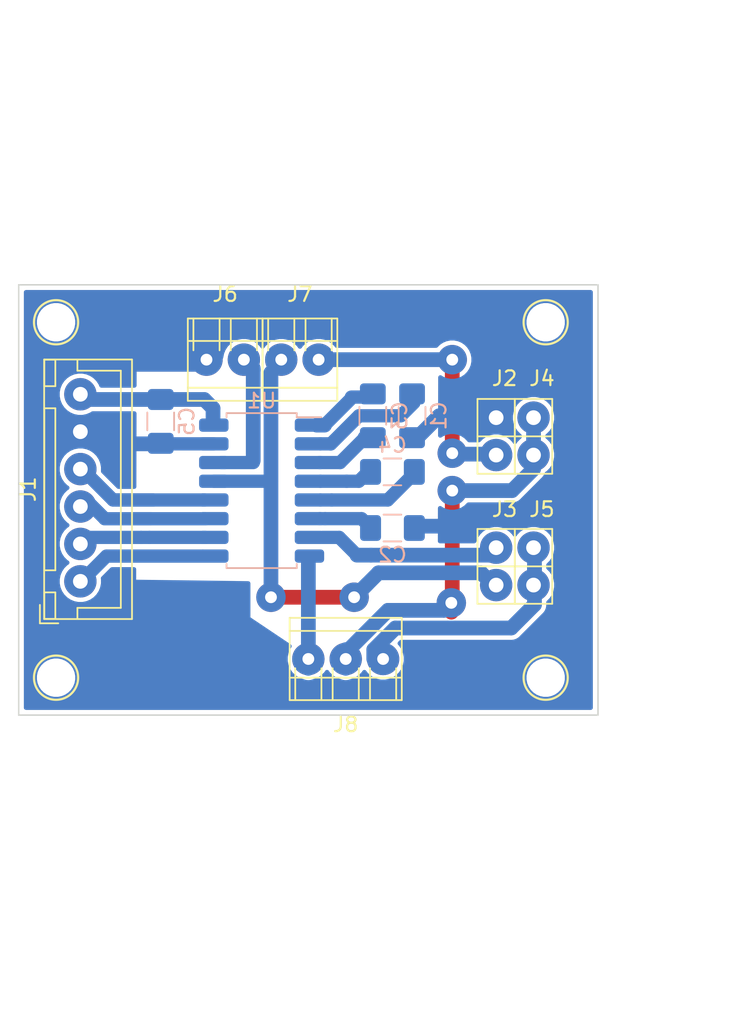
<source format=kicad_pcb>
(kicad_pcb (version 20171130) (host pcbnew "(5.1.6)-1")

  (general
    (thickness 1.6)
    (drawings 10)
    (tracks 100)
    (zones 0)
    (modules 18)
    (nets 21)
  )

  (page A4)
  (layers
    (0 F.Cu signal hide)
    (31 B.Cu signal)
    (32 B.Adhes user)
    (33 F.Adhes user)
    (34 B.Paste user)
    (35 F.Paste user)
    (36 B.SilkS user hide)
    (37 F.SilkS user)
    (38 B.Mask user)
    (39 F.Mask user)
    (40 Dwgs.User user)
    (41 Cmts.User user)
    (42 Eco1.User user)
    (43 Eco2.User user)
    (44 Edge.Cuts user)
    (45 Margin user)
    (46 B.CrtYd user)
    (47 F.CrtYd user)
    (48 B.Fab user hide)
    (49 F.Fab user)
  )

  (setup
    (last_trace_width 0.25)
    (user_trace_width 1)
    (user_trace_width 1.5)
    (user_trace_width 2)
    (user_trace_width 2.2)
    (trace_clearance 0.2)
    (zone_clearance 0.3)
    (zone_45_only no)
    (trace_min 0.2)
    (via_size 0.8)
    (via_drill 0.4)
    (via_min_size 0.4)
    (via_min_drill 0.3)
    (user_via 2 0.8)
    (uvia_size 0.3)
    (uvia_drill 0.1)
    (uvias_allowed no)
    (uvia_min_size 0.2)
    (uvia_min_drill 0.1)
    (edge_width 0.1)
    (segment_width 0.2)
    (pcb_text_width 0.3)
    (pcb_text_size 1.5 1.5)
    (mod_edge_width 0.15)
    (mod_text_size 1 1)
    (mod_text_width 0.15)
    (pad_size 2 0.9)
    (pad_drill 0)
    (pad_to_mask_clearance 0)
    (aux_axis_origin 29.21 50.8)
    (grid_origin 29.21 50.8)
    (visible_elements 7FFFFFFF)
    (pcbplotparams
      (layerselection 0x01040_fffffffe)
      (usegerberextensions false)
      (usegerberattributes true)
      (usegerberadvancedattributes true)
      (creategerberjobfile false)
      (excludeedgelayer true)
      (linewidth 0.100000)
      (plotframeref false)
      (viasonmask true)
      (mode 1)
      (useauxorigin true)
      (hpglpennumber 1)
      (hpglpenspeed 20)
      (hpglpendiameter 15.000000)
      (psnegative false)
      (psa4output false)
      (plotreference true)
      (plotvalue true)
      (plotinvisibletext false)
      (padsonsilk false)
      (subtractmaskfromsilk false)
      (outputformat 1)
      (mirror false)
      (drillshape 0)
      (scaleselection 1)
      (outputdirectory "plot/"))
  )

  (net 0 "")
  (net 1 "Net-(C1-Pad2)")
  (net 2 "Net-(C2-Pad1)")
  (net 3 "Net-(C3-Pad1)")
  (net 4 "Net-(C3-Pad2)")
  (net 5 "Net-(C4-Pad1)")
  (net 6 "Net-(C4-Pad2)")
  (net 7 +3V3)
  (net 8 VHF_AIS-)
  (net 9 E80-)
  (net 10 E80_IN)
  (net 11 GND)
  (net 12 MPU_OUT2)
  (net 13 MPU_IN2)
  (net 14 MPU_IN1)
  (net 15 MPU_OUT1)
  (net 16 RS232_IN1)
  (net 17 RS232_OUT2)
  (net 18 RS232_OUT1)
  (net 19 VHF_AIS+)
  (net 20 RS232_IN2)

  (net_class Default "This is the default net class."
    (clearance 0.2)
    (trace_width 0.25)
    (via_dia 0.8)
    (via_drill 0.4)
    (uvia_dia 0.3)
    (uvia_drill 0.1)
    (add_net +3V3)
    (add_net E80-)
    (add_net E80_IN)
    (add_net GND)
    (add_net MPU_IN1)
    (add_net MPU_IN2)
    (add_net MPU_OUT1)
    (add_net MPU_OUT2)
    (add_net "Net-(C1-Pad2)")
    (add_net "Net-(C2-Pad1)")
    (add_net "Net-(C3-Pad1)")
    (add_net "Net-(C3-Pad2)")
    (add_net "Net-(C4-Pad1)")
    (add_net "Net-(C4-Pad2)")
    (add_net RS232_IN1)
    (add_net RS232_IN2)
    (add_net RS232_OUT1)
    (add_net RS232_OUT2)
    (add_net VHF_AIS+)
    (add_net VHF_AIS-)
  )

  (module 0_my_footprints:myMountingHole_2.0mm (layer F.Cu) (tedit 669BED6D) (tstamp 68B27EB7)
    (at 65.024 24.13)
    (descr "Mounting Hole 2.5mm, no annular")
    (tags "mounting hole 2.5mm no annular")
    (attr virtual)
    (fp_text reference REF** (at 0 -3.5) (layer B.Fab)
      (effects (font (size 1 1) (thickness 0.15)))
    )
    (fp_text value myMountingHole_2.0mm (at 0 3.5) (layer B.Fab)
      (effects (font (size 1 1) (thickness 0.15)))
    )
    (fp_circle (center 0 0) (end 1.5 0) (layer F.SilkS) (width 0.15))
    (pad "" np_thru_hole circle (at 0 0) (size 2 2) (drill 2) (layers *.Cu *.Mask))
  )

  (module 0_my_footprints:myMountingHole_2.0mm (layer F.Cu) (tedit 669BED6D) (tstamp 68B27EB7)
    (at 65.024 48.26)
    (descr "Mounting Hole 2.5mm, no annular")
    (tags "mounting hole 2.5mm no annular")
    (attr virtual)
    (fp_text reference REF** (at 0 -3.5) (layer B.Fab)
      (effects (font (size 1 1) (thickness 0.15)))
    )
    (fp_text value myMountingHole_2.0mm (at 0 3.5) (layer B.Fab)
      (effects (font (size 1 1) (thickness 0.15)))
    )
    (fp_circle (center 0 0) (end 1.5 0) (layer F.SilkS) (width 0.15))
    (pad "" np_thru_hole circle (at 0 0) (size 2 2) (drill 2) (layers *.Cu *.Mask))
  )

  (module 0_my_footprints:myMountingHole_2.0mm (layer F.Cu) (tedit 669BED6D) (tstamp 68B27EB7)
    (at 31.75 48.26)
    (descr "Mounting Hole 2.5mm, no annular")
    (tags "mounting hole 2.5mm no annular")
    (attr virtual)
    (fp_text reference REF** (at 0 -3.5) (layer B.Fab)
      (effects (font (size 1 1) (thickness 0.15)))
    )
    (fp_text value myMountingHole_2.0mm (at 0 3.5) (layer B.Fab)
      (effects (font (size 1 1) (thickness 0.15)))
    )
    (fp_circle (center 0 0) (end 1.5 0) (layer F.SilkS) (width 0.15))
    (pad "" np_thru_hole circle (at 0 0) (size 2 2) (drill 2) (layers *.Cu *.Mask))
  )

  (module 0_my_footprints:myMountingHole_2.0mm (layer F.Cu) (tedit 669BED6D) (tstamp 68B27EB5)
    (at 31.75 24.13)
    (descr "Mounting Hole 2.5mm, no annular")
    (tags "mounting hole 2.5mm no annular")
    (attr virtual)
    (fp_text reference REF** (at 0 -3.5) (layer B.Fab)
      (effects (font (size 1 1) (thickness 0.15)))
    )
    (fp_text value myMountingHole_2.0mm (at 0 3.5) (layer B.Fab)
      (effects (font (size 1 1) (thickness 0.15)))
    )
    (fp_circle (center 0 0) (end 1.5 0) (layer F.SilkS) (width 0.15))
    (pad "" np_thru_hole circle (at 0 0) (size 2 2) (drill 2) (layers *.Cu *.Mask))
  )

  (module Capacitor_SMD:C_1206_3216Metric_Pad1.42x1.75mm_HandSolder (layer B.Cu) (tedit 5B301BBE) (tstamp 68B1EC53)
    (at 55.9435 30.48 90)
    (descr "Capacitor SMD 1206 (3216 Metric), square (rectangular) end terminal, IPC_7351 nominal with elongated pad for handsoldering. (Body size source: http://www.tortai-tech.com/upload/download/2011102023233369053.pdf), generated with kicad-footprint-generator")
    (tags "capacitor handsolder")
    (path /68B20D4E)
    (attr smd)
    (fp_text reference C1 (at 0 1.82 90) (layer B.SilkS)
      (effects (font (size 1 1) (thickness 0.15)) (justify mirror))
    )
    (fp_text value 100nf (at 0 -1.82 90) (layer B.Fab)
      (effects (font (size 1 1) (thickness 0.15)) (justify mirror))
    )
    (fp_line (start -1.6 -0.8) (end -1.6 0.8) (layer B.Fab) (width 0.1))
    (fp_line (start -1.6 0.8) (end 1.6 0.8) (layer B.Fab) (width 0.1))
    (fp_line (start 1.6 0.8) (end 1.6 -0.8) (layer B.Fab) (width 0.1))
    (fp_line (start 1.6 -0.8) (end -1.6 -0.8) (layer B.Fab) (width 0.1))
    (fp_line (start -0.602064 0.91) (end 0.602064 0.91) (layer B.SilkS) (width 0.12))
    (fp_line (start -0.602064 -0.91) (end 0.602064 -0.91) (layer B.SilkS) (width 0.12))
    (fp_line (start -2.45 -1.12) (end -2.45 1.12) (layer B.CrtYd) (width 0.05))
    (fp_line (start -2.45 1.12) (end 2.45 1.12) (layer B.CrtYd) (width 0.05))
    (fp_line (start 2.45 1.12) (end 2.45 -1.12) (layer B.CrtYd) (width 0.05))
    (fp_line (start 2.45 -1.12) (end -2.45 -1.12) (layer B.CrtYd) (width 0.05))
    (fp_text user %R (at 0 0 90) (layer B.Fab)
      (effects (font (size 0.8 0.8) (thickness 0.12)) (justify mirror))
    )
    (pad 1 smd roundrect (at -1.4875 0 90) (size 1.425 1.75) (layers B.Cu B.Paste B.Mask) (roundrect_rratio 0.175439)
      (net 11 GND))
    (pad 2 smd roundrect (at 1.4875 0 90) (size 1.425 1.75) (layers B.Cu B.Paste B.Mask) (roundrect_rratio 0.175439)
      (net 1 "Net-(C1-Pad2)"))
    (model ${KISYS3DMOD}/Capacitor_SMD.3dshapes/C_1206_3216Metric.wrl
      (at (xyz 0 0 0))
      (scale (xyz 1 1 1))
      (rotate (xyz 0 0 0))
    )
  )

  (module Capacitor_SMD:C_1206_3216Metric_Pad1.42x1.75mm_HandSolder (layer B.Cu) (tedit 5B301BBE) (tstamp 68B1EC64)
    (at 54.61 38.1)
    (descr "Capacitor SMD 1206 (3216 Metric), square (rectangular) end terminal, IPC_7351 nominal with elongated pad for handsoldering. (Body size source: http://www.tortai-tech.com/upload/download/2011102023233369053.pdf), generated with kicad-footprint-generator")
    (tags "capacitor handsolder")
    (path /68B239D7)
    (attr smd)
    (fp_text reference C2 (at 0 1.82) (layer B.SilkS)
      (effects (font (size 1 1) (thickness 0.15)) (justify mirror))
    )
    (fp_text value 100nf (at 0 -1.82) (layer B.Fab)
      (effects (font (size 1 1) (thickness 0.15)) (justify mirror))
    )
    (fp_line (start 2.45 -1.12) (end -2.45 -1.12) (layer B.CrtYd) (width 0.05))
    (fp_line (start 2.45 1.12) (end 2.45 -1.12) (layer B.CrtYd) (width 0.05))
    (fp_line (start -2.45 1.12) (end 2.45 1.12) (layer B.CrtYd) (width 0.05))
    (fp_line (start -2.45 -1.12) (end -2.45 1.12) (layer B.CrtYd) (width 0.05))
    (fp_line (start -0.602064 -0.91) (end 0.602064 -0.91) (layer B.SilkS) (width 0.12))
    (fp_line (start -0.602064 0.91) (end 0.602064 0.91) (layer B.SilkS) (width 0.12))
    (fp_line (start 1.6 -0.8) (end -1.6 -0.8) (layer B.Fab) (width 0.1))
    (fp_line (start 1.6 0.8) (end 1.6 -0.8) (layer B.Fab) (width 0.1))
    (fp_line (start -1.6 0.8) (end 1.6 0.8) (layer B.Fab) (width 0.1))
    (fp_line (start -1.6 -0.8) (end -1.6 0.8) (layer B.Fab) (width 0.1))
    (fp_text user %R (at 0 0) (layer B.Fab)
      (effects (font (size 0.8 0.8) (thickness 0.12)) (justify mirror))
    )
    (pad 2 smd roundrect (at 1.4875 0) (size 1.425 1.75) (layers B.Cu B.Paste B.Mask) (roundrect_rratio 0.175439)
      (net 11 GND))
    (pad 1 smd roundrect (at -1.4875 0) (size 1.425 1.75) (layers B.Cu B.Paste B.Mask) (roundrect_rratio 0.175439)
      (net 2 "Net-(C2-Pad1)"))
    (model ${KISYS3DMOD}/Capacitor_SMD.3dshapes/C_1206_3216Metric.wrl
      (at (xyz 0 0 0))
      (scale (xyz 1 1 1))
      (rotate (xyz 0 0 0))
    )
  )

  (module Capacitor_SMD:C_1206_3216Metric_Pad1.42x1.75mm_HandSolder (layer B.Cu) (tedit 5B301BBE) (tstamp 68B1EC75)
    (at 53.2765 30.48 90)
    (descr "Capacitor SMD 1206 (3216 Metric), square (rectangular) end terminal, IPC_7351 nominal with elongated pad for handsoldering. (Body size source: http://www.tortai-tech.com/upload/download/2011102023233369053.pdf), generated with kicad-footprint-generator")
    (tags "capacitor handsolder")
    (path /68B2CA70)
    (attr smd)
    (fp_text reference C3 (at 0 1.82 90) (layer B.SilkS)
      (effects (font (size 1 1) (thickness 0.15)) (justify mirror))
    )
    (fp_text value 100nf (at 0 -1.82 90) (layer B.Fab)
      (effects (font (size 1 1) (thickness 0.15)) (justify mirror))
    )
    (fp_line (start -1.6 -0.8) (end -1.6 0.8) (layer B.Fab) (width 0.1))
    (fp_line (start -1.6 0.8) (end 1.6 0.8) (layer B.Fab) (width 0.1))
    (fp_line (start 1.6 0.8) (end 1.6 -0.8) (layer B.Fab) (width 0.1))
    (fp_line (start 1.6 -0.8) (end -1.6 -0.8) (layer B.Fab) (width 0.1))
    (fp_line (start -0.602064 0.91) (end 0.602064 0.91) (layer B.SilkS) (width 0.12))
    (fp_line (start -0.602064 -0.91) (end 0.602064 -0.91) (layer B.SilkS) (width 0.12))
    (fp_line (start -2.45 -1.12) (end -2.45 1.12) (layer B.CrtYd) (width 0.05))
    (fp_line (start -2.45 1.12) (end 2.45 1.12) (layer B.CrtYd) (width 0.05))
    (fp_line (start 2.45 1.12) (end 2.45 -1.12) (layer B.CrtYd) (width 0.05))
    (fp_line (start 2.45 -1.12) (end -2.45 -1.12) (layer B.CrtYd) (width 0.05))
    (fp_text user %R (at 0 0 90) (layer B.Fab)
      (effects (font (size 0.8 0.8) (thickness 0.12)) (justify mirror))
    )
    (pad 1 smd roundrect (at -1.4875 0 90) (size 1.425 1.75) (layers B.Cu B.Paste B.Mask) (roundrect_rratio 0.175439)
      (net 3 "Net-(C3-Pad1)"))
    (pad 2 smd roundrect (at 1.4875 0 90) (size 1.425 1.75) (layers B.Cu B.Paste B.Mask) (roundrect_rratio 0.175439)
      (net 4 "Net-(C3-Pad2)"))
    (model ${KISYS3DMOD}/Capacitor_SMD.3dshapes/C_1206_3216Metric.wrl
      (at (xyz 0 0 0))
      (scale (xyz 1 1 1))
      (rotate (xyz 0 0 0))
    )
  )

  (module Capacitor_SMD:C_1206_3216Metric_Pad1.42x1.75mm_HandSolder (layer B.Cu) (tedit 5B301BBE) (tstamp 68B1EC86)
    (at 54.61 34.29 180)
    (descr "Capacitor SMD 1206 (3216 Metric), square (rectangular) end terminal, IPC_7351 nominal with elongated pad for handsoldering. (Body size source: http://www.tortai-tech.com/upload/download/2011102023233369053.pdf), generated with kicad-footprint-generator")
    (tags "capacitor handsolder")
    (path /68B46ED6)
    (attr smd)
    (fp_text reference C4 (at 0 1.82 180) (layer B.SilkS)
      (effects (font (size 1 1) (thickness 0.15)) (justify mirror))
    )
    (fp_text value 100nf (at 0 -1.82 180) (layer B.Fab)
      (effects (font (size 1 1) (thickness 0.15)) (justify mirror))
    )
    (fp_line (start -1.6 -0.8) (end -1.6 0.8) (layer B.Fab) (width 0.1))
    (fp_line (start -1.6 0.8) (end 1.6 0.8) (layer B.Fab) (width 0.1))
    (fp_line (start 1.6 0.8) (end 1.6 -0.8) (layer B.Fab) (width 0.1))
    (fp_line (start 1.6 -0.8) (end -1.6 -0.8) (layer B.Fab) (width 0.1))
    (fp_line (start -0.602064 0.91) (end 0.602064 0.91) (layer B.SilkS) (width 0.12))
    (fp_line (start -0.602064 -0.91) (end 0.602064 -0.91) (layer B.SilkS) (width 0.12))
    (fp_line (start -2.45 -1.12) (end -2.45 1.12) (layer B.CrtYd) (width 0.05))
    (fp_line (start -2.45 1.12) (end 2.45 1.12) (layer B.CrtYd) (width 0.05))
    (fp_line (start 2.45 1.12) (end 2.45 -1.12) (layer B.CrtYd) (width 0.05))
    (fp_line (start 2.45 -1.12) (end -2.45 -1.12) (layer B.CrtYd) (width 0.05))
    (fp_text user %R (at 0 0 180) (layer B.Fab)
      (effects (font (size 0.8 0.8) (thickness 0.12)) (justify mirror))
    )
    (pad 1 smd roundrect (at -1.4875 0 180) (size 1.425 1.75) (layers B.Cu B.Paste B.Mask) (roundrect_rratio 0.175439)
      (net 5 "Net-(C4-Pad1)"))
    (pad 2 smd roundrect (at 1.4875 0 180) (size 1.425 1.75) (layers B.Cu B.Paste B.Mask) (roundrect_rratio 0.175439)
      (net 6 "Net-(C4-Pad2)"))
    (model ${KISYS3DMOD}/Capacitor_SMD.3dshapes/C_1206_3216Metric.wrl
      (at (xyz 0 0 0))
      (scale (xyz 1 1 1))
      (rotate (xyz 0 0 0))
    )
  )

  (module Capacitor_SMD:C_1206_3216Metric_Pad1.42x1.75mm_HandSolder (layer B.Cu) (tedit 5B301BBE) (tstamp 68B1EC97)
    (at 38.862 30.861 90)
    (descr "Capacitor SMD 1206 (3216 Metric), square (rectangular) end terminal, IPC_7351 nominal with elongated pad for handsoldering. (Body size source: http://www.tortai-tech.com/upload/download/2011102023233369053.pdf), generated with kicad-footprint-generator")
    (tags "capacitor handsolder")
    (path /68B33D97)
    (attr smd)
    (fp_text reference C5 (at 0 1.778 90) (layer B.SilkS)
      (effects (font (size 1 1) (thickness 0.15)) (justify mirror))
    )
    (fp_text value 100nf (at 0 -1.82 90) (layer B.Fab)
      (effects (font (size 1 1) (thickness 0.15)) (justify mirror))
    )
    (fp_line (start 2.45 -1.12) (end -2.45 -1.12) (layer B.CrtYd) (width 0.05))
    (fp_line (start 2.45 1.12) (end 2.45 -1.12) (layer B.CrtYd) (width 0.05))
    (fp_line (start -2.45 1.12) (end 2.45 1.12) (layer B.CrtYd) (width 0.05))
    (fp_line (start -2.45 -1.12) (end -2.45 1.12) (layer B.CrtYd) (width 0.05))
    (fp_line (start -0.602064 -0.91) (end 0.602064 -0.91) (layer B.SilkS) (width 0.12))
    (fp_line (start -0.602064 0.91) (end 0.602064 0.91) (layer B.SilkS) (width 0.12))
    (fp_line (start 1.6 -0.8) (end -1.6 -0.8) (layer B.Fab) (width 0.1))
    (fp_line (start 1.6 0.8) (end 1.6 -0.8) (layer B.Fab) (width 0.1))
    (fp_line (start -1.6 0.8) (end 1.6 0.8) (layer B.Fab) (width 0.1))
    (fp_line (start -1.6 -0.8) (end -1.6 0.8) (layer B.Fab) (width 0.1))
    (fp_text user %R (at 0 0 90) (layer B.Fab)
      (effects (font (size 0.8 0.8) (thickness 0.12)) (justify mirror))
    )
    (pad 2 smd roundrect (at 1.4875 0 90) (size 1.425 1.75) (layers B.Cu B.Paste B.Mask) (roundrect_rratio 0.175439)
      (net 7 +3V3))
    (pad 1 smd roundrect (at -1.4875 0 90) (size 1.425 1.75) (layers B.Cu B.Paste B.Mask) (roundrect_rratio 0.175439)
      (net 11 GND))
    (model ${KISYS3DMOD}/Capacitor_SMD.3dshapes/C_1206_3216Metric.wrl
      (at (xyz 0 0 0))
      (scale (xyz 1 1 1))
      (rotate (xyz 0 0 0))
    )
  )

  (module 0_my_footprints:myJSTx06 (layer F.Cu) (tedit 63C19E30) (tstamp 68B1ECC4)
    (at 33.401 41.7195 90)
    (descr "JST XH series connector, B6B-XH-A (http://www.jst-mfg.com/product/pdf/eng/eXH.pdf), generated with kicad-footprint-generator")
    (tags "connector JST XH vertical")
    (path /68B97627)
    (fp_text reference J1 (at 6.25 -3.55 90) (layer F.SilkS)
      (effects (font (size 1 1) (thickness 0.15)))
    )
    (fp_text value Conn_01x06 (at 6.1595 -8.001 90) (layer F.Fab)
      (effects (font (size 1 1) (thickness 0.15)))
    )
    (fp_line (start -2.45 -2.35) (end -2.45 3.4) (layer F.Fab) (width 0.1))
    (fp_line (start -2.45 3.4) (end 14.95 3.4) (layer F.Fab) (width 0.1))
    (fp_line (start 14.95 3.4) (end 14.95 -2.35) (layer F.Fab) (width 0.1))
    (fp_line (start 14.95 -2.35) (end -2.45 -2.35) (layer F.Fab) (width 0.1))
    (fp_line (start -2.56 -2.46) (end -2.56 3.51) (layer F.SilkS) (width 0.12))
    (fp_line (start -2.56 3.51) (end 15.06 3.51) (layer F.SilkS) (width 0.12))
    (fp_line (start 15.06 3.51) (end 15.06 -2.46) (layer F.SilkS) (width 0.12))
    (fp_line (start 15.06 -2.46) (end -2.56 -2.46) (layer F.SilkS) (width 0.12))
    (fp_line (start -2.95 -2.85) (end -2.95 3.9) (layer F.CrtYd) (width 0.05))
    (fp_line (start -2.95 3.9) (end 15.45 3.9) (layer F.CrtYd) (width 0.05))
    (fp_line (start 15.45 3.9) (end 15.45 -2.85) (layer F.CrtYd) (width 0.05))
    (fp_line (start 15.45 -2.85) (end -2.95 -2.85) (layer F.CrtYd) (width 0.05))
    (fp_line (start -0.625 -2.35) (end 0 -1.35) (layer F.Fab) (width 0.1))
    (fp_line (start 0 -1.35) (end 0.625 -2.35) (layer F.Fab) (width 0.1))
    (fp_line (start 0.75 -2.45) (end 0.75 -1.7) (layer F.SilkS) (width 0.12))
    (fp_line (start 0.75 -1.7) (end 11.75 -1.7) (layer F.SilkS) (width 0.12))
    (fp_line (start 11.75 -1.7) (end 11.75 -2.45) (layer F.SilkS) (width 0.12))
    (fp_line (start 11.75 -2.45) (end 0.75 -2.45) (layer F.SilkS) (width 0.12))
    (fp_line (start -2.55 -2.45) (end -2.55 -1.7) (layer F.SilkS) (width 0.12))
    (fp_line (start -2.55 -1.7) (end -0.75 -1.7) (layer F.SilkS) (width 0.12))
    (fp_line (start -0.75 -1.7) (end -0.75 -2.45) (layer F.SilkS) (width 0.12))
    (fp_line (start -0.75 -2.45) (end -2.55 -2.45) (layer F.SilkS) (width 0.12))
    (fp_line (start 13.25 -2.45) (end 13.25 -1.7) (layer F.SilkS) (width 0.12))
    (fp_line (start 13.25 -1.7) (end 15.05 -1.7) (layer F.SilkS) (width 0.12))
    (fp_line (start 15.05 -1.7) (end 15.05 -2.45) (layer F.SilkS) (width 0.12))
    (fp_line (start 15.05 -2.45) (end 13.25 -2.45) (layer F.SilkS) (width 0.12))
    (fp_line (start -2.55 -0.2) (end -1.8 -0.2) (layer F.SilkS) (width 0.12))
    (fp_line (start -1.8 -0.2) (end -1.8 2.75) (layer F.SilkS) (width 0.12))
    (fp_line (start -1.8 2.75) (end 6.25 2.75) (layer F.SilkS) (width 0.12))
    (fp_line (start 15.05 -0.2) (end 14.3 -0.2) (layer F.SilkS) (width 0.12))
    (fp_line (start 14.3 -0.2) (end 14.3 2.75) (layer F.SilkS) (width 0.12))
    (fp_line (start 14.3 2.75) (end 6.25 2.75) (layer F.SilkS) (width 0.12))
    (fp_line (start -1.6 -2.75) (end -2.85 -2.75) (layer F.SilkS) (width 0.12))
    (fp_line (start -2.85 -2.75) (end -2.85 -1.5) (layer F.SilkS) (width 0.12))
    (fp_text user %R (at 6.25 2.7 90) (layer F.Fab)
      (effects (font (size 1 1) (thickness 0.15)))
    )
    (pad 1 thru_hole circle (at 0 0 90) (size 2.2 2.2) (drill 1) (layers *.Cu *.Mask)
      (net 12 MPU_OUT2))
    (pad 2 thru_hole circle (at 2.54 0 90) (size 2.2 2.2) (drill 1) (layers *.Cu *.Mask)
      (net 13 MPU_IN2))
    (pad 3 thru_hole circle (at 5.08 0 90) (size 2.2 2.2) (drill 1) (layers *.Cu *.Mask)
      (net 14 MPU_IN1))
    (pad 4 thru_hole circle (at 7.62 0 90) (size 2.2 2.2) (drill 1) (layers *.Cu *.Mask)
      (net 15 MPU_OUT1))
    (pad 5 thru_hole circle (at 10.16 0 90) (size 2.2 2.2) (drill 1) (layers *.Cu *.Mask)
      (net 11 GND))
    (pad 6 thru_hole circle (at 12.7 0 90) (size 2.2 2.2) (drill 1) (layers *.Cu *.Mask)
      (net 7 +3V3))
    (model ${KISYS3DMOD}/Connector_JST.3dshapes/JST_XH_B6B-XH-A_1x06_P2.50mm_Vertical.wrl
      (at (xyz 0 0 0))
      (scale (xyz 1 1 1))
      (rotate (xyz 0 0 0))
    )
  )

  (module 0_my_footprints:myPinHeader_1x02 (layer F.Cu) (tedit 64E3B5C8) (tstamp 68B1ECCF)
    (at 61.6585 33.147 180)
    (descr "Through hole straight pin header, 1x02, 2.54mm pitch, single row")
    (tags "Through hole pin header THT 1x02 2.54mm single row")
    (path /68BA59D6)
    (fp_text reference J2 (at -0.5715 5.207) (layer F.SilkS)
      (effects (font (size 1 1) (thickness 0.15)))
    )
    (fp_text value JMP1A (at -0.5715 6.477 90) (layer B.Fab) hide
      (effects (font (size 1 1) (thickness 0.15)))
    )
    (fp_line (start -1.27 1.27) (end 1.27 1.27) (layer F.SilkS) (width 0.12))
    (fp_line (start 1.27 -1.27) (end -1.27 -1.27) (layer F.SilkS) (width 0.12))
    (fp_line (start 1.27 3.81) (end 1.27 -1.27) (layer F.SilkS) (width 0.12))
    (fp_line (start -1.27 3.81) (end 1.27 3.81) (layer F.SilkS) (width 0.12))
    (fp_line (start -1.27 -1.27) (end -1.27 3.81) (layer F.SilkS) (width 0.12))
    (pad 2 thru_hole circle (at 0 2.54 180) (size 2.2 2.2) (drill 1) (layers *.Cu *.Mask)
      (net 11 GND))
    (pad 1 thru_hole circle (at 0 0 180) (size 2.2 2.2) (drill 1) (layers *.Cu *.Mask)
      (net 8 VHF_AIS-))
    (model ${KISYS3DMOD}/Connector_PinHeader_2.54mm.3dshapes/PinHeader_1x02_P2.54mm_Vertical.wrl
      (at (xyz 0 0 0))
      (scale (xyz 1 1 1))
      (rotate (xyz 0 0 0))
    )
  )

  (module 0_my_footprints:myPinHeader_1x02 (layer F.Cu) (tedit 64E3B5C8) (tstamp 68B1ECDA)
    (at 61.6585 41.9735 180)
    (descr "Through hole straight pin header, 1x02, 2.54mm pitch, single row")
    (tags "Through hole pin header THT 1x02 2.54mm single row")
    (path /68BAAB8C)
    (fp_text reference J3 (at -0.5715 5.1435) (layer F.SilkS)
      (effects (font (size 1 1) (thickness 0.15)))
    )
    (fp_text value JMP2A (at -6.9215 2.6035) (layer B.Fab)
      (effects (font (size 1 1) (thickness 0.15)))
    )
    (fp_line (start -1.27 -1.27) (end -1.27 3.81) (layer F.SilkS) (width 0.12))
    (fp_line (start -1.27 3.81) (end 1.27 3.81) (layer F.SilkS) (width 0.12))
    (fp_line (start 1.27 3.81) (end 1.27 -1.27) (layer F.SilkS) (width 0.12))
    (fp_line (start 1.27 -1.27) (end -1.27 -1.27) (layer F.SilkS) (width 0.12))
    (fp_line (start -1.27 1.27) (end 1.27 1.27) (layer F.SilkS) (width 0.12))
    (pad 1 thru_hole circle (at 0 0 180) (size 2.2 2.2) (drill 1) (layers *.Cu *.Mask)
      (net 19 VHF_AIS+))
    (pad 2 thru_hole circle (at 0 2.54 180) (size 2.2 2.2) (drill 1) (layers *.Cu *.Mask)
      (net 17 RS232_OUT2))
    (model ${KISYS3DMOD}/Connector_PinHeader_2.54mm.3dshapes/PinHeader_1x02_P2.54mm_Vertical.wrl
      (at (xyz 0 0 0))
      (scale (xyz 1 1 1))
      (rotate (xyz 0 0 0))
    )
  )

  (module 0_my_footprints:myPinHeader_1x02 (layer F.Cu) (tedit 64E3B5C8) (tstamp 68B1ECE5)
    (at 64.1985 33.147 180)
    (descr "Through hole straight pin header, 1x02, 2.54mm pitch, single row")
    (tags "Through hole pin header THT 1x02 2.54mm single row")
    (path /68BABEF5)
    (fp_text reference J4 (at -0.5715 5.207) (layer F.SilkS)
      (effects (font (size 1 1) (thickness 0.15)))
    )
    (fp_text value JMP1B (at -0.5715 6.477 90) (layer B.Fab)
      (effects (font (size 1 1) (thickness 0.15)))
    )
    (fp_line (start -1.27 1.27) (end 1.27 1.27) (layer F.SilkS) (width 0.12))
    (fp_line (start 1.27 -1.27) (end -1.27 -1.27) (layer F.SilkS) (width 0.12))
    (fp_line (start 1.27 3.81) (end 1.27 -1.27) (layer F.SilkS) (width 0.12))
    (fp_line (start -1.27 3.81) (end 1.27 3.81) (layer F.SilkS) (width 0.12))
    (fp_line (start -1.27 -1.27) (end -1.27 3.81) (layer F.SilkS) (width 0.12))
    (pad 2 thru_hole circle (at 0 2.54 180) (size 2.2 2.2) (drill 1) (layers *.Cu *.Mask)
      (net 9 E80-))
    (pad 1 thru_hole circle (at 0 0 180) (size 2.2 2.2) (drill 1) (layers *.Cu *.Mask)
      (net 9 E80-))
    (model ${KISYS3DMOD}/Connector_PinHeader_2.54mm.3dshapes/PinHeader_1x02_P2.54mm_Vertical.wrl
      (at (xyz 0 0 0))
      (scale (xyz 1 1 1))
      (rotate (xyz 0 0 0))
    )
  )

  (module 0_my_footprints:myPinHeader_1x02 (layer F.Cu) (tedit 64E3B5C8) (tstamp 68B1ECF0)
    (at 64.1985 41.9735 180)
    (descr "Through hole straight pin header, 1x02, 2.54mm pitch, single row")
    (tags "Through hole pin header THT 1x02 2.54mm single row")
    (path /68BABEFB)
    (fp_text reference J5 (at -0.5715 5.1435) (layer F.SilkS)
      (effects (font (size 1 1) (thickness 0.15)))
    )
    (fp_text value JMP2B (at -4.3815 0.0635) (layer B.Fab)
      (effects (font (size 1 1) (thickness 0.15)))
    )
    (fp_line (start -1.27 -1.27) (end -1.27 3.81) (layer F.SilkS) (width 0.12))
    (fp_line (start -1.27 3.81) (end 1.27 3.81) (layer F.SilkS) (width 0.12))
    (fp_line (start 1.27 3.81) (end 1.27 -1.27) (layer F.SilkS) (width 0.12))
    (fp_line (start 1.27 -1.27) (end -1.27 -1.27) (layer F.SilkS) (width 0.12))
    (fp_line (start -1.27 1.27) (end 1.27 1.27) (layer F.SilkS) (width 0.12))
    (pad 1 thru_hole circle (at 0 0 180) (size 2.2 2.2) (drill 1) (layers *.Cu *.Mask)
      (net 10 E80_IN))
    (pad 2 thru_hole circle (at 0 2.54 180) (size 2.2 2.2) (drill 1) (layers *.Cu *.Mask)
      (net 10 E80_IN))
    (model ${KISYS3DMOD}/Connector_PinHeader_2.54mm.3dshapes/PinHeader_1x02_P2.54mm_Vertical.wrl
      (at (xyz 0 0 0))
      (scale (xyz 1 1 1))
      (rotate (xyz 0 0 0))
    )
  )

  (module 0_my_footprints:myTerminalBlock_2.54x02 (layer F.Cu) (tedit 68B1E49D) (tstamp 68B1ED01)
    (at 43.2435 26.67)
    (tags "Terminal Block 5.08mm")
    (path /68BBD504)
    (fp_text reference J6 (at 0 -4.445) (layer F.SilkS)
      (effects (font (size 1 1) (thickness 0.15)))
    )
    (fp_text value VHF_0183A (at -5.1435 -3.81) (layer F.Fab)
      (effects (font (size 1 1) (thickness 0.15)))
    )
    (fp_line (start 2.159 -2.794) (end 2.159 -0.635) (layer F.SilkS) (width 0.12))
    (fp_line (start 0.381 -2.794) (end 0.381 -0.635) (layer F.SilkS) (width 0.12))
    (fp_line (start -0.381 -2.794) (end -0.381 -0.635) (layer F.SilkS) (width 0.12))
    (fp_line (start -2.159 -2.794) (end -2.159 -0.635) (layer F.SilkS) (width 0.12))
    (fp_line (start -2.54 -1.27) (end 2.54 -1.27) (layer F.SilkS) (width 0.12))
    (fp_line (start -2.54 1.905) (end 2.54 1.905) (layer F.SilkS) (width 0.12))
    (fp_line (start -2.54 2.794) (end -2.54 -2.794) (layer F.SilkS) (width 0.12))
    (fp_line (start 2.54 2.794) (end -2.54 2.794) (layer F.SilkS) (width 0.12))
    (fp_line (start 2.54 -2.794) (end 2.54 2.794) (layer F.SilkS) (width 0.12))
    (fp_line (start -2.54 -2.794) (end 2.54 -2.794) (layer F.SilkS) (width 0.12))
    (fp_text user %R (at 0 -4.318) (layer F.Fab)
      (effects (font (size 1 1) (thickness 0.15)))
    )
    (pad 2 thru_hole circle (at 1.27 0) (size 2.2 2.2) (drill 0.8) (layers *.Cu *.Mask)
      (net 18 RS232_OUT1))
    (pad 1 thru_hole circle (at -1.27 0) (size 2.2 2.2) (drill 0.8) (layers *.Cu *.Mask)
      (net 11 GND))
    (model C:/src/kiCad/libraries/my_3d_files/myTerminalBlock_2.54x02.step
      (offset (xyz 1.27 3.04 0))
      (scale (xyz 1 1 1))
      (rotate (xyz 0 0 90))
    )
  )

  (module 0_my_footprints:myTerminalBlock_2.54x02 (layer F.Cu) (tedit 68B1E49D) (tstamp 68B1ED12)
    (at 48.3235 26.67)
    (tags "Terminal Block 5.08mm")
    (path /68BBF137)
    (fp_text reference J7 (at 0 -4.445 180) (layer F.SilkS)
      (effects (font (size 1 1) (thickness 0.15)))
    )
    (fp_text value VHF_0183B (at 6.2865 -3.81 180) (layer F.Fab)
      (effects (font (size 1 1) (thickness 0.15)))
    )
    (fp_line (start -2.54 -2.794) (end 2.54 -2.794) (layer F.SilkS) (width 0.12))
    (fp_line (start 2.54 -2.794) (end 2.54 2.794) (layer F.SilkS) (width 0.12))
    (fp_line (start 2.54 2.794) (end -2.54 2.794) (layer F.SilkS) (width 0.12))
    (fp_line (start -2.54 2.794) (end -2.54 -2.794) (layer F.SilkS) (width 0.12))
    (fp_line (start -2.54 1.905) (end 2.54 1.905) (layer F.SilkS) (width 0.12))
    (fp_line (start -2.54 -1.27) (end 2.54 -1.27) (layer F.SilkS) (width 0.12))
    (fp_line (start -2.159 -2.794) (end -2.159 -0.635) (layer F.SilkS) (width 0.12))
    (fp_line (start -0.381 -2.794) (end -0.381 -0.635) (layer F.SilkS) (width 0.12))
    (fp_line (start 0.381 -2.794) (end 0.381 -0.635) (layer F.SilkS) (width 0.12))
    (fp_line (start 2.159 -2.794) (end 2.159 -0.635) (layer F.SilkS) (width 0.12))
    (fp_text user %R (at 0 -4.318 180) (layer F.Fab)
      (effects (font (size 1 1) (thickness 0.15)))
    )
    (pad 1 thru_hole circle (at -1.27 0) (size 2.2 2.2) (drill 0.8) (layers *.Cu *.Mask)
      (net 16 RS232_IN1))
    (pad 2 thru_hole circle (at 1.27 0) (size 2.2 2.2) (drill 0.8) (layers *.Cu *.Mask)
      (net 8 VHF_AIS-))
    (model C:/src/kiCad/libraries/my_3d_files/myTerminalBlock_2.54x02.step
      (offset (xyz 1.27 3.04 0))
      (scale (xyz 1 1 1))
      (rotate (xyz 0 0 90))
    )
  )

  (module 0_my_footprints:myTerminalBlock_2.54x03 (layer F.Cu) (tedit 68B1E5C8) (tstamp 68B1ED26)
    (at 51.435 46.99 180)
    (tags "Terminal Block 5.08mm")
    (path /68B4B6DA)
    (fp_text reference J8 (at 0 -4.445) (layer F.SilkS)
      (effects (font (size 1 1) (thickness 0.15)))
    )
    (fp_text value E80_0183 (at 8.255 -1.27) (layer F.Fab)
      (effects (font (size 1 1) (thickness 0.15)))
    )
    (fp_line (start -3.81 -2.794) (end 3.81 -2.794) (layer F.SilkS) (width 0.12))
    (fp_line (start 3.81 -2.794) (end 3.81 2.794) (layer F.SilkS) (width 0.12))
    (fp_line (start 3.81 2.794) (end -3.81 2.794) (layer F.SilkS) (width 0.12))
    (fp_line (start -3.81 2.794) (end -3.81 -2.794) (layer F.SilkS) (width 0.12))
    (fp_line (start -3.81 1.905) (end 3.81 1.905) (layer F.SilkS) (width 0.12))
    (fp_line (start -3.81 -1.27) (end 3.81 -1.27) (layer F.SilkS) (width 0.12))
    (fp_line (start -3.429 -2.794) (end -3.429 -0.635) (layer F.SilkS) (width 0.12))
    (fp_line (start -1.651 -2.794) (end -1.651 -0.635) (layer F.SilkS) (width 0.12))
    (fp_line (start -0.889 -2.794) (end -0.889 -0.635) (layer F.SilkS) (width 0.12))
    (fp_line (start 0.889 -2.794) (end 0.889 -0.635) (layer F.SilkS) (width 0.12))
    (fp_line (start 3.429 -2.794) (end 3.429 -0.635) (layer F.SilkS) (width 0.12))
    (fp_line (start 1.651 -2.794) (end 1.651 -0.635) (layer F.SilkS) (width 0.12))
    (fp_text user %R (at 0 -4.318) (layer F.Fab)
      (effects (font (size 1 1) (thickness 0.15)))
    )
    (pad 1 thru_hole circle (at -2.54 0 180) (size 2.2 2.2) (drill 0.8) (layers *.Cu *.Mask)
      (net 10 E80_IN))
    (pad 2 thru_hole circle (at 0 0 180) (size 2.2 2.2) (drill 0.8) (layers *.Cu *.Mask)
      (net 9 E80-))
    (pad 3 thru_hole circle (at 2.54 0 180) (size 2.2 2.2) (drill 0.8) (layers *.Cu *.Mask)
      (net 20 RS232_IN2))
    (model C:/src/kiCad/libraries/my_3d_files/myTerminalBlock_2.54x03.step
      (offset (xyz 2.54 3.04 0))
      (scale (xyz 1 1 1))
      (rotate (xyz 0 0 90))
    )
  )

  (module Package_SO:SOIC-16_4.55x10.3mm_P1.27mm (layer B.Cu) (tedit 68B212EC) (tstamp 68B1ED4D)
    (at 45.72 35.56 180)
    (descr "SOIC, 16 Pin (https://toshiba.semicon-storage.com/info/docget.jsp?did=12858&prodName=TLP291-4), generated with kicad-footprint-generator ipc_gullwing_generator.py")
    (tags "SOIC SO")
    (path /68B1EBA3)
    (attr smd)
    (fp_text reference U1 (at 0 6.1) (layer B.SilkS)
      (effects (font (size 1 1) (thickness 0.15)) (justify mirror))
    )
    (fp_text value MAX3232 (at 0 -6.1) (layer B.Fab)
      (effects (font (size 1 1) (thickness 0.15)) (justify mirror))
    )
    (fp_line (start 0 -5.26) (end 2.385 -5.26) (layer B.SilkS) (width 0.12))
    (fp_line (start 2.385 -5.26) (end 2.385 -4.98) (layer B.SilkS) (width 0.12))
    (fp_line (start 0 -5.26) (end -2.385 -5.26) (layer B.SilkS) (width 0.12))
    (fp_line (start -2.385 -5.26) (end -2.385 -4.98) (layer B.SilkS) (width 0.12))
    (fp_line (start 0 5.26) (end 2.385 5.26) (layer B.SilkS) (width 0.12))
    (fp_line (start 2.385 5.26) (end 2.385 4.98) (layer B.SilkS) (width 0.12))
    (fp_line (start 0 5.26) (end -2.385 5.26) (layer B.SilkS) (width 0.12))
    (fp_line (start -2.385 5.26) (end -2.385 4.98) (layer B.SilkS) (width 0.12))
    (fp_line (start -2.385 4.98) (end -4.05 4.98) (layer B.SilkS) (width 0.12))
    (fp_line (start -1.275 5.15) (end 2.275 5.15) (layer B.Fab) (width 0.1))
    (fp_line (start 2.275 5.15) (end 2.275 -5.15) (layer B.Fab) (width 0.1))
    (fp_line (start 2.275 -5.15) (end -2.275 -5.15) (layer B.Fab) (width 0.1))
    (fp_line (start -2.275 -5.15) (end -2.275 4.15) (layer B.Fab) (width 0.1))
    (fp_line (start -2.275 4.15) (end -1.275 5.15) (layer B.Fab) (width 0.1))
    (fp_line (start -4.3 5.4) (end -4.3 -5.4) (layer B.CrtYd) (width 0.05))
    (fp_line (start -4.3 -5.4) (end 4.3 -5.4) (layer B.CrtYd) (width 0.05))
    (fp_line (start 4.3 -5.4) (end 4.3 5.4) (layer B.CrtYd) (width 0.05))
    (fp_line (start 4.3 5.4) (end -4.3 5.4) (layer B.CrtYd) (width 0.05))
    (fp_text user %R (at 0 0) (layer B.Fab)
      (effects (font (size 1 1) (thickness 0.15)) (justify mirror))
    )
    (pad 1 smd roundrect (at -3.25 4.445 180) (size 2 0.9) (layers B.Cu B.Paste B.Mask) (roundrect_rratio 0.25)
      (net 4 "Net-(C3-Pad2)"))
    (pad 2 smd roundrect (at -3.25 3.175 180) (size 2 0.9) (layers B.Cu B.Paste B.Mask) (roundrect_rratio 0.25)
      (net 1 "Net-(C1-Pad2)"))
    (pad 3 smd roundrect (at -3.25 1.905 180) (size 2 0.9) (layers B.Cu B.Paste B.Mask) (roundrect_rratio 0.25)
      (net 3 "Net-(C3-Pad1)"))
    (pad 4 smd roundrect (at -3.25 0.635 180) (size 2 0.9) (layers B.Cu B.Paste B.Mask) (roundrect_rratio 0.25)
      (net 6 "Net-(C4-Pad2)"))
    (pad 5 smd roundrect (at -3.25 -0.635 180) (size 2 0.9) (layers B.Cu B.Paste B.Mask) (roundrect_rratio 0.25)
      (net 5 "Net-(C4-Pad1)"))
    (pad 6 smd roundrect (at -3.25 -1.905 180) (size 2 0.9) (layers B.Cu B.Paste B.Mask) (roundrect_rratio 0.25)
      (net 2 "Net-(C2-Pad1)"))
    (pad 7 smd roundrect (at -3.25 -3.175 180) (size 2 0.9) (layers B.Cu B.Paste B.Mask) (roundrect_rratio 0.25)
      (net 17 RS232_OUT2))
    (pad 8 smd roundrect (at -3.25 -4.445 180) (size 2 0.9) (layers B.Cu B.Paste B.Mask) (roundrect_rratio 0.25)
      (net 20 RS232_IN2))
    (pad 9 smd roundrect (at 3.25 -4.445 180) (size 2 0.9) (layers B.Cu B.Paste B.Mask) (roundrect_rratio 0.25)
      (net 12 MPU_OUT2))
    (pad 10 smd roundrect (at 3.25 -3.175 180) (size 2 0.9) (layers B.Cu B.Paste B.Mask) (roundrect_rratio 0.25)
      (net 13 MPU_IN2))
    (pad 11 smd roundrect (at 3.25 -1.905 180) (size 2 0.9) (layers B.Cu B.Paste B.Mask) (roundrect_rratio 0.25)
      (net 14 MPU_IN1))
    (pad 12 smd roundrect (at 3.25 -0.635 180) (size 2 0.9) (layers B.Cu B.Paste B.Mask) (roundrect_rratio 0.25)
      (net 15 MPU_OUT1))
    (pad 13 smd roundrect (at 3.25 0.635 180) (size 2 0.9) (layers B.Cu B.Paste B.Mask) (roundrect_rratio 0.25)
      (net 16 RS232_IN1))
    (pad 14 smd roundrect (at 3.25 1.905 180) (size 2 0.9) (layers B.Cu B.Paste B.Mask) (roundrect_rratio 0.25)
      (net 18 RS232_OUT1))
    (pad 15 smd roundrect (at 3.25 3.175 180) (size 2 0.9) (layers B.Cu B.Paste B.Mask) (roundrect_rratio 0.25)
      (net 11 GND))
    (pad 16 smd roundrect (at 3.25 4.445 180) (size 2 0.9) (layers B.Cu B.Paste B.Mask) (roundrect_rratio 0.25)
      (net 7 +3V3))
    (model ${KISYS3DMOD}/Package_SO.3dshapes/SOIC-16_4.55x10.3mm_P1.27mm.wrl
      (at (xyz 0 0 0))
      (scale (xyz 1 1 1))
      (rotate (xyz 0 0 0))
    )
  )

  (gr_text "yellow\ngreen\nwhite" (at 50.8 59.69 90) (layer Dwgs.User) (tstamp 68B4A117)
    (effects (font (size 1.4 1.4) (thickness 0.15)) (justify right))
  )
  (gr_text "green\nyellow\nblue\ngrey" (at 45.72 8.89 90) (layer Dwgs.User) (tstamp 68B4A0C8)
    (effects (font (size 1.4 1.4) (thickness 0.15)) (justify left))
  )
  (gr_text "OUT+\nE80-\nIN+" (at 50.8 52.07 90) (layer Dwgs.User)
    (effects (font (size 1.4 1.4) (thickness 0.15)) (justify right))
  )
  (gr_text "VHF- \nGPS_IN+ \nAIS_OUT+ \nAIS_OUT- " (at 45.72 20.32 90) (layer Dwgs.User)
    (effects (font (size 1.4 1.4) (thickness 0.15)) (justify left))
  )
  (dimension 29.21 (width 0.15) (layer Dwgs.User)
    (gr_text "29.210 mm" (at 77.5 36.195 90) (layer Dwgs.User)
      (effects (font (size 1 1) (thickness 0.15)))
    )
    (feature1 (pts (xy 68.58 21.59) (xy 76.786421 21.59)))
    (feature2 (pts (xy 68.58 50.8) (xy 76.786421 50.8)))
    (crossbar (pts (xy 76.2 50.8) (xy 76.2 21.59)))
    (arrow1a (pts (xy 76.2 21.59) (xy 76.786421 22.716504)))
    (arrow1b (pts (xy 76.2 21.59) (xy 75.613579 22.716504)))
    (arrow2a (pts (xy 76.2 50.8) (xy 76.786421 49.673496)))
    (arrow2b (pts (xy 76.2 50.8) (xy 75.613579 49.673496)))
  )
  (dimension 39.37 (width 0.15) (layer Dwgs.User)
    (gr_text "39.370 mm" (at 48.895 72.42) (layer Dwgs.User)
      (effects (font (size 1 1) (thickness 0.15)))
    )
    (feature1 (pts (xy 68.58 50.8) (xy 68.58 71.706421)))
    (feature2 (pts (xy 29.21 50.8) (xy 29.21 71.706421)))
    (crossbar (pts (xy 29.21 71.12) (xy 68.58 71.12)))
    (arrow1a (pts (xy 68.58 71.12) (xy 67.453496 71.706421)))
    (arrow1b (pts (xy 68.58 71.12) (xy 67.453496 70.533579)))
    (arrow2a (pts (xy 29.21 71.12) (xy 30.336504 71.706421)))
    (arrow2b (pts (xy 29.21 71.12) (xy 30.336504 70.533579)))
  )
  (gr_line (start 29.21 50.8) (end 29.21 21.59) (layer Edge.Cuts) (width 0.1) (tstamp 68B21EB4))
  (gr_line (start 68.58 50.8) (end 29.21 50.8) (layer Edge.Cuts) (width 0.1))
  (gr_line (start 68.58 21.59) (end 68.58 50.8) (layer Edge.Cuts) (width 0.1))
  (gr_line (start 29.21 21.59) (end 68.58 21.59) (layer Edge.Cuts) (width 0.1))

  (segment (start 52.33298 30.48) (end 50.419 32.39398) (width 0.9) (layer B.Cu) (net 1))
  (segment (start 50.419 32.385) (end 49.7205 32.385) (width 0.9) (layer B.Cu) (net 1))
  (segment (start 55.1815 30.48) (end 52.33298 30.48) (width 0.9) (layer B.Cu) (net 1))
  (segment (start 56.0705 29.591) (end 55.1815 30.48) (width 0.9) (layer B.Cu) (net 1))
  (segment (start 50.038 37.465) (end 49.657 37.465) (width 0.9) (layer B.Cu) (net 2))
  (segment (start 50.038 37.465) (end 52.5145 37.465) (width 0.9) (layer B.Cu) (net 2))
  (segment (start 52.5145 37.465) (end 52.7685 37.719) (width 0.9) (layer B.Cu) (net 2))
  (segment (start 51.054 33.655) (end 49.657 33.655) (width 0.9) (layer B.Cu) (net 3))
  (segment (start 52.7415 31.9675) (end 51.054 33.655) (width 0.9) (layer B.Cu) (net 3))
  (segment (start 53.2765 31.9675) (end 52.7415 31.9675) (width 1) (layer B.Cu) (net 3))
  (segment (start 52.869091 29.209999) (end 51.816 29.21) (width 0.9) (layer B.Cu) (net 4))
  (segment (start 53.2765 28.9925) (end 53.1765 28.9925) (width 1) (layer B.Cu) (net 4))
  (segment (start 51.835919 29.279991) (end 50.00091 31.115) (width 0.9) (layer B.Cu) (net 4))
  (segment (start 50.00091 31.115) (end 49.4665 31.115) (width 1) (layer B.Cu) (net 4))
  (segment (start 50.4825 36.195) (end 49.7205 36.195) (width 0.9) (layer B.Cu) (net 5))
  (segment (start 55.9435 34.544) (end 54.2925 36.195) (width 0.9) (layer B.Cu) (net 5))
  (segment (start 54.2925 36.195) (end 50.4825 36.195) (width 0.9) (layer B.Cu) (net 5))
  (segment (start 51.4985 34.925) (end 52.324 34.925) (width 0.9) (layer B.Cu) (net 6))
  (segment (start 52.324 34.925) (end 53.086 34.163) (width 0.9) (layer B.Cu) (net 6))
  (segment (start 51.4985 34.925) (end 49.7205 34.925) (width 0.9) (layer B.Cu) (net 6))
  (segment (start 38.862 29.3735) (end 33.4375 29.3735) (width 1) (layer B.Cu) (net 7))
  (segment (start 38.862 29.3735) (end 41.8195 29.3735) (width 1) (layer B.Cu) (net 7))
  (segment (start 41.8195 29.3735) (end 42.418 29.972) (width 1) (layer B.Cu) (net 7))
  (segment (start 42.418 29.972) (end 42.418 30.861) (width 1) (layer B.Cu) (net 7))
  (segment (start 33.715502 34.29) (end 35.620502 36.195) (width 0.9) (layer B.Cu) (net 15))
  (segment (start 35.814 36.195) (end 41.8465 36.195) (width 0.9) (layer B.Cu) (net 15))
  (segment (start 35.620502 36.195) (end 38.354 36.195) (width 0.9) (layer B.Cu) (net 15))
  (segment (start 33.3375 34.29) (end 33.715502 34.29) (width 1) (layer B.Cu) (net 15))
  (segment (start 37.03144 37.47149) (end 41.91 37.47149) (width 0.9) (layer B.Cu) (net 14))
  (segment (start 38.22051 37.47149) (end 35.05849 37.47149) (width 0.9) (layer B.Cu) (net 14))
  (segment (start 35.05849 37.465) (end 33.7185 36.12501) (width 0.9) (layer B.Cu) (net 14))
  (segment (start 38.1 38.735) (end 41.91 38.735) (width 0.9) (layer B.Cu) (net 13))
  (segment (start 37.5285 38.735) (end 38.1 38.735) (width 0.9) (layer B.Cu) (net 13))
  (segment (start 33.8455 38.735) (end 33.274 39.3065) (width 1) (layer B.Cu) (net 13))
  (segment (start 37.5285 38.735) (end 33.655 38.735) (width 0.9) (layer B.Cu) (net 13))
  (segment (start 35.179 40.005) (end 33.528 41.656) (width 0.9) (layer B.Cu) (net 12))
  (segment (start 41.7195 40.005) (end 35.179 40.005) (width 0.9) (layer B.Cu) (net 12))
  (segment (start 61.6585 33.0835) (end 58.7375 33.0835) (width 1) (layer B.Cu) (net 8))
  (via (at 58.674 33.02) (size 2) (drill 0.8) (layers F.Cu B.Cu) (net 8))
  (via (at 58.674 26.67) (size 2) (drill 0.8) (layers F.Cu B.Cu) (net 8))
  (segment (start 49.7205 26.67) (end 49.657 26.6065) (width 1) (layer B.Cu) (net 8))
  (segment (start 58.674 26.67) (end 49.784 26.67) (width 1) (layer B.Cu) (net 8))
  (segment (start 58.674 26.67) (end 58.674 33.02) (width 1) (layer F.Cu) (net 8))
  (segment (start 52.0065 42.799) (end 52.0065 42.799) (width 1) (layer B.Cu) (net 16) (tstamp 68B21757))
  (via (at 52.0065 42.799) (size 2) (drill 0.8) (layers F.Cu B.Cu) (net 16))
  (segment (start 47.0535 26.67) (end 47.0535 26.8605) (width 1) (layer B.Cu) (net 16))
  (segment (start 47.0535 26.8605) (end 46.355 27.559) (width 1) (layer B.Cu) (net 16))
  (segment (start 46.28501 34.85501) (end 46.355 34.925) (width 1) (layer B.Cu) (net 16))
  (segment (start 46.355 34.925) (end 46.355 42.799) (width 1) (layer B.Cu) (net 16))
  (segment (start 42.4815 34.925) (end 46.27852 34.925) (width 0.9) (layer B.Cu) (net 16))
  (segment (start 46.355 42.799) (end 46.355 42.799) (width 1) (layer B.Cu) (net 16) (tstamp 68B21C08))
  (via (at 46.355 42.799) (size 2) (drill 0.8) (layers F.Cu B.Cu) (net 16))
  (segment (start 52.90199 41.90351) (end 52.0065 42.799) (width 1) (layer B.Cu) (net 16))
  (segment (start 52.0065 42.799) (end 46.355 42.799) (width 1) (layer F.Cu) (net 16))
  (segment (start 46.355 34.925) (end 46.355 27.559) (width 1) (layer B.Cu) (net 16))
  (segment (start 61.468 41.9735) (end 61.6585 41.9735) (width 1) (layer B.Cu) (net 16))
  (segment (start 60.63601 41.14151) (end 61.468 41.9735) (width 1) (layer B.Cu) (net 16))
  (segment (start 53.6575 41.14151) (end 60.63601 41.14151) (width 1) (layer B.Cu) (net 16))
  (segment (start 52.0065 42.799) (end 53.6575 41.148) (width 1) (layer B.Cu) (net 16))
  (segment (start 53.6575 41.148) (end 53.6575 41.14151) (width 1) (layer B.Cu) (net 16))
  (segment (start 53.1495 39.9415) (end 52.197 39.9415) (width 1) (layer B.Cu) (net 17))
  (segment (start 52.197 39.9415) (end 50.9905 38.735) (width 0.9) (layer B.Cu) (net 17))
  (segment (start 50.9905 38.735) (end 49.8475 38.735) (width 0.9) (layer B.Cu) (net 17))
  (segment (start 53.1495 39.9415) (end 61.214 39.9415) (width 1) (layer B.Cu) (net 17))
  (segment (start 61.214 39.9415) (end 61.722 39.4335) (width 1) (layer B.Cu) (net 17))
  (via (at 58.6105 43.18) (size 2) (drill 0.8) (layers F.Cu B.Cu) (net 9))
  (via (at 58.674 35.56) (size 2) (drill 0.8) (layers F.Cu B.Cu) (net 9))
  (segment (start 58.674 35.56) (end 62.738 35.56) (width 1) (layer B.Cu) (net 9))
  (segment (start 51.435 47.625) (end 51.435 47.117) (width 1) (layer B.Cu) (net 9))
  (segment (start 58.1025 43.688) (end 58.6105 43.18) (width 1) (layer B.Cu) (net 9))
  (segment (start 58.674 43.7515) (end 58.6105 43.815) (width 1) (layer F.Cu) (net 9))
  (segment (start 58.674 35.687) (end 58.674 42.8625) (width 1) (layer F.Cu) (net 9))
  (segment (start 51.435 46.99) (end 51.435 46.355) (width 1) (layer B.Cu) (net 9))
  (segment (start 52.139991 45.857939) (end 54.309929 43.688001) (width 1) (layer B.Cu) (net 9))
  (segment (start 51.435 46.56293) (end 54.309929 43.688001) (width 1) (layer B.Cu) (net 9))
  (segment (start 51.435 46.99) (end 51.435 46.56293) (width 1) (layer B.Cu) (net 9))
  (segment (start 58.102499 43.688001) (end 58.6105 43.18) (width 1) (layer B.Cu) (net 9))
  (segment (start 54.309929 43.688001) (end 58.102499 43.688001) (width 1) (layer B.Cu) (net 9))
  (segment (start 64.1985 34.0995) (end 62.738 35.56) (width 1) (layer B.Cu) (net 9))
  (segment (start 64.1985 30.607) (end 64.1985 34.0995) (width 1) (layer B.Cu) (net 9))
  (segment (start 64.262 40.767) (end 64.262 39.497) (width 1) (layer B.Cu) (net 10))
  (segment (start 64.262 42.8625) (end 64.262 40.767) (width 1) (layer B.Cu) (net 10))
  (segment (start 53.34 46.355) (end 53.34 46.99) (width 1) (layer B.Cu) (net 10))
  (segment (start 62.68099 44.88801) (end 54.80699 44.88801) (width 1) (layer B.Cu) (net 10))
  (segment (start 54.80699 44.88801) (end 53.34 46.355) (width 1) (layer B.Cu) (net 10))
  (segment (start 64.262 40.767) (end 64.262 43.307) (width 1) (layer B.Cu) (net 10))
  (segment (start 64.262 43.307) (end 62.68099 44.88801) (width 1) (layer B.Cu) (net 10))
  (segment (start 44.5135 26.7335) (end 45.154991 27.374991) (width 1) (layer B.Cu) (net 18))
  (segment (start 44.5135 26.67) (end 44.5135 26.7335) (width 1) (layer B.Cu) (net 18))
  (segment (start 45.154991 33.655) (end 42.9895 33.655) (width 0.9) (layer B.Cu) (net 18))
  (segment (start 45.1485 33.528) (end 45.1485 27.247991) (width 1) (layer B.Cu) (net 18))
  (segment (start 48.895 47.625) (end 48.895 40.132) (width 1) (layer B.Cu) (net 20))
  (segment (start 42.47 32.385) (end 39.116 32.385) (width 0.9) (layer B.Cu) (net 11))
  (segment (start 39.116 32.385) (end 34.671 32.385) (width 1) (layer B.Cu) (net 11))
  (segment (start 34.671 32.385) (end 33.782 31.496) (width 1) (layer B.Cu) (net 11))
  (segment (start 56.2245 37.973) (end 59.69 37.973) (width 1) (layer B.Cu) (net 11))
  (segment (start 55.9435 31.9675) (end 56.2975 31.9675) (width 1) (layer B.Cu) (net 11))
  (segment (start 56.2975 31.9675) (end 57.785 30.48) (width 1) (layer B.Cu) (net 11))
  (segment (start 57.785 30.48) (end 59.817 30.48) (width 1) (layer B.Cu) (net 11))
  (segment (start 42.037 26.9875) (end 36.8935 26.9875) (width 1) (layer B.Cu) (net 11))

  (zone (net 11) (net_name GND) (layer B.Cu) (tstamp 68B2B855) (hatch edge 0.508)
    (connect_pads yes (clearance 0.3))
    (min_thickness 0.3)
    (fill yes (arc_segments 32) (thermal_gap 3) (thermal_bridge_width 3))
    (polygon
      (pts
        (xy 69.85 52.07) (xy 27.94 52.07) (xy 27.94 20.32) (xy 69.85 20.32)
      )
    )
    (filled_polygon
      (pts
        (xy 68.080001 50.3) (xy 29.71 50.3) (xy 29.71 48.117187) (xy 30.3 48.117187) (xy 30.3 48.402813)
        (xy 30.355723 48.682949) (xy 30.465027 48.946833) (xy 30.623711 49.184321) (xy 30.825679 49.386289) (xy 31.063167 49.544973)
        (xy 31.327051 49.654277) (xy 31.607187 49.71) (xy 31.892813 49.71) (xy 32.172949 49.654277) (xy 32.436833 49.544973)
        (xy 32.674321 49.386289) (xy 32.876289 49.184321) (xy 33.034973 48.946833) (xy 33.144277 48.682949) (xy 33.2 48.402813)
        (xy 33.2 48.117187) (xy 33.144277 47.837051) (xy 33.034973 47.573167) (xy 32.876289 47.335679) (xy 32.674321 47.133711)
        (xy 32.436833 46.975027) (xy 32.172949 46.865723) (xy 31.892813 46.81) (xy 31.607187 46.81) (xy 31.327051 46.865723)
        (xy 31.063167 46.975027) (xy 30.825679 47.133711) (xy 30.623711 47.335679) (xy 30.465027 47.573167) (xy 30.355723 47.837051)
        (xy 30.3 48.117187) (xy 29.71 48.117187) (xy 29.71 28.866838) (xy 31.851 28.866838) (xy 31.851 29.172162)
        (xy 31.910565 29.471618) (xy 32.027408 29.7537) (xy 32.197036 30.007568) (xy 32.412932 30.223464) (xy 32.6668 30.393092)
        (xy 32.948882 30.509935) (xy 33.248338 30.5695) (xy 33.553662 30.5695) (xy 33.853118 30.509935) (xy 34.1352 30.393092)
        (xy 34.239353 30.3235) (xy 37.068982 30.3235) (xy 37.058472 35.295) (xy 35.993294 35.295) (xy 34.95091 34.252616)
        (xy 34.951 34.252162) (xy 34.951 33.946838) (xy 34.891435 33.647382) (xy 34.774592 33.3653) (xy 34.604964 33.111432)
        (xy 34.389068 32.895536) (xy 34.1352 32.725908) (xy 33.853118 32.609065) (xy 33.553662 32.5495) (xy 33.248338 32.5495)
        (xy 32.948882 32.609065) (xy 32.6668 32.725908) (xy 32.412932 32.895536) (xy 32.197036 33.111432) (xy 32.027408 33.3653)
        (xy 31.910565 33.647382) (xy 31.851 33.946838) (xy 31.851 34.252162) (xy 31.910565 34.551618) (xy 32.027408 34.8337)
        (xy 32.197036 35.087568) (xy 32.412932 35.303464) (xy 32.511763 35.3695) (xy 32.412932 35.435536) (xy 32.197036 35.651432)
        (xy 32.027408 35.9053) (xy 31.910565 36.187382) (xy 31.851 36.486838) (xy 31.851 36.792162) (xy 31.910565 37.091618)
        (xy 32.027408 37.3737) (xy 32.197036 37.627568) (xy 32.412932 37.843464) (xy 32.511763 37.9095) (xy 32.412932 37.975536)
        (xy 32.197036 38.191432) (xy 32.027408 38.4453) (xy 31.910565 38.727382) (xy 31.851 39.026838) (xy 31.851 39.332162)
        (xy 31.910565 39.631618) (xy 32.027408 39.9137) (xy 32.197036 40.167568) (xy 32.412932 40.383464) (xy 32.511763 40.4495)
        (xy 32.412932 40.515536) (xy 32.197036 40.731432) (xy 32.027408 40.9853) (xy 31.910565 41.267382) (xy 31.851 41.566838)
        (xy 31.851 41.872162) (xy 31.910565 42.171618) (xy 32.027408 42.4537) (xy 32.197036 42.707568) (xy 32.412932 42.923464)
        (xy 32.6668 43.093092) (xy 32.948882 43.209935) (xy 33.248338 43.2695) (xy 33.553662 43.2695) (xy 33.853118 43.209935)
        (xy 34.1352 43.093092) (xy 34.389068 42.923464) (xy 34.604964 42.707568) (xy 34.774592 42.4537) (xy 34.891435 42.171618)
        (xy 34.951 41.872162) (xy 34.951 41.566838) (xy 34.940872 41.51592) (xy 35.551792 40.905) (xy 37.046611 40.905)
        (xy 37.045125 41.608058) (xy 37.047635 41.635699) (xy 37.055799 41.663948) (xy 37.069318 41.690061) (xy 37.087672 41.713035)
        (xy 37.110155 41.731987) (xy 37.135903 41.746189) (xy 37.163927 41.755095) (xy 37.19315 41.758362) (xy 44.808 41.858635)
        (xy 44.808 44.16425) (xy 44.810849 44.193348) (xy 44.819353 44.221496) (xy 44.833186 44.247445) (xy 44.851814 44.270196)
        (xy 44.874524 44.288876) (xy 47.610961 46.121773) (xy 47.521408 46.2558) (xy 47.404565 46.537882) (xy 47.345 46.837338)
        (xy 47.345 47.142662) (xy 47.404565 47.442118) (xy 47.521408 47.7242) (xy 47.691036 47.978068) (xy 47.906932 48.193964)
        (xy 48.1608 48.363592) (xy 48.442882 48.480435) (xy 48.50219 48.492232) (xy 48.529692 48.506932) (xy 48.708768 48.561254)
        (xy 48.895 48.579596) (xy 49.081231 48.561254) (xy 49.260307 48.506932) (xy 49.287808 48.492232) (xy 49.347118 48.480435)
        (xy 49.6292 48.363592) (xy 49.883068 48.193964) (xy 50.098964 47.978068) (xy 50.165 47.879237) (xy 50.231036 47.978068)
        (xy 50.446932 48.193964) (xy 50.7008 48.363592) (xy 50.982882 48.480435) (xy 51.04219 48.492232) (xy 51.069692 48.506932)
        (xy 51.248768 48.561254) (xy 51.435 48.579596) (xy 51.621231 48.561254) (xy 51.800307 48.506932) (xy 51.827808 48.492232)
        (xy 51.887118 48.480435) (xy 52.1692 48.363592) (xy 52.423068 48.193964) (xy 52.638964 47.978068) (xy 52.705 47.879237)
        (xy 52.771036 47.978068) (xy 52.986932 48.193964) (xy 53.2408 48.363592) (xy 53.522882 48.480435) (xy 53.822338 48.54)
        (xy 54.127662 48.54) (xy 54.427118 48.480435) (xy 54.7092 48.363592) (xy 54.963068 48.193964) (xy 55.039845 48.117187)
        (xy 63.574 48.117187) (xy 63.574 48.402813) (xy 63.629723 48.682949) (xy 63.739027 48.946833) (xy 63.897711 49.184321)
        (xy 64.099679 49.386289) (xy 64.337167 49.544973) (xy 64.601051 49.654277) (xy 64.881187 49.71) (xy 65.166813 49.71)
        (xy 65.446949 49.654277) (xy 65.710833 49.544973) (xy 65.948321 49.386289) (xy 66.150289 49.184321) (xy 66.308973 48.946833)
        (xy 66.418277 48.682949) (xy 66.474 48.402813) (xy 66.474 48.117187) (xy 66.418277 47.837051) (xy 66.308973 47.573167)
        (xy 66.150289 47.335679) (xy 65.948321 47.133711) (xy 65.710833 46.975027) (xy 65.446949 46.865723) (xy 65.166813 46.81)
        (xy 64.881187 46.81) (xy 64.601051 46.865723) (xy 64.337167 46.975027) (xy 64.099679 47.133711) (xy 63.897711 47.335679)
        (xy 63.739027 47.573167) (xy 63.629723 47.837051) (xy 63.574 48.117187) (xy 55.039845 48.117187) (xy 55.178964 47.978068)
        (xy 55.348592 47.7242) (xy 55.465435 47.442118) (xy 55.525 47.142662) (xy 55.525 46.837338) (xy 55.465435 46.537882)
        (xy 55.348592 46.2558) (xy 55.178964 46.001932) (xy 55.107767 45.930735) (xy 55.200493 45.83801) (xy 62.634336 45.83801)
        (xy 62.68099 45.842605) (xy 62.727644 45.83801) (xy 62.727655 45.83801) (xy 62.867222 45.824264) (xy 63.046298 45.769942)
        (xy 63.211335 45.681728) (xy 63.355991 45.563011) (xy 63.38574 45.526762) (xy 64.900757 44.011746) (xy 64.937001 43.982001)
        (xy 65.055718 43.837345) (xy 65.135544 43.688001) (xy 65.143932 43.672309) (xy 65.198254 43.493233) (xy 65.208141 43.392845)
        (xy 65.212 43.353665) (xy 65.212 43.353657) (xy 65.216595 43.307) (xy 65.212 43.260343) (xy 65.212 43.152032)
        (xy 65.402464 42.961568) (xy 65.572092 42.7077) (xy 65.688935 42.425618) (xy 65.7485 42.126162) (xy 65.7485 41.820838)
        (xy 65.688935 41.521382) (xy 65.572092 41.2393) (xy 65.402464 40.985432) (xy 65.212 40.794968) (xy 65.212 40.612032)
        (xy 65.402464 40.421568) (xy 65.572092 40.1677) (xy 65.688935 39.885618) (xy 65.7485 39.586162) (xy 65.7485 39.280838)
        (xy 65.688935 38.981382) (xy 65.572092 38.6993) (xy 65.402464 38.445432) (xy 65.186568 38.229536) (xy 64.9327 38.059908)
        (xy 64.650618 37.943065) (xy 64.351162 37.8835) (xy 64.045838 37.8835) (xy 63.746382 37.943065) (xy 63.4643 38.059908)
        (xy 63.210432 38.229536) (xy 62.994536 38.445432) (xy 62.9285 38.544263) (xy 62.862464 38.445432) (xy 62.646568 38.229536)
        (xy 62.3927 38.059908) (xy 62.110618 37.943065) (xy 61.811162 37.8835) (xy 61.505838 37.8835) (xy 61.206382 37.943065)
        (xy 60.9243 38.059908) (xy 60.670432 38.229536) (xy 60.454536 38.445432) (xy 60.284908 38.6993) (xy 60.168065 38.981382)
        (xy 60.166052 38.9915) (xy 57.845854 38.9915) (xy 57.850585 36.753712) (xy 57.987167 36.844973) (xy 58.251051 36.954277)
        (xy 58.531187 37.01) (xy 58.816813 37.01) (xy 59.096949 36.954277) (xy 59.360833 36.844973) (xy 59.598321 36.686289)
        (xy 59.77461 36.51) (xy 62.691346 36.51) (xy 62.738 36.514595) (xy 62.784654 36.51) (xy 62.784665 36.51)
        (xy 62.924232 36.496254) (xy 63.103308 36.441932) (xy 63.268345 36.353718) (xy 63.413001 36.235001) (xy 63.44275 36.198752)
        (xy 64.837257 34.804246) (xy 64.873501 34.774501) (xy 64.917876 34.720431) (xy 64.992217 34.629846) (xy 65.029715 34.559693)
        (xy 65.080432 34.464808) (xy 65.096764 34.410969) (xy 65.186568 34.350964) (xy 65.402464 34.135068) (xy 65.572092 33.8812)
        (xy 65.688935 33.599118) (xy 65.7485 33.299662) (xy 65.7485 32.994338) (xy 65.688935 32.694882) (xy 65.572092 32.4128)
        (xy 65.402464 32.158932) (xy 65.186568 31.943036) (xy 65.1485 31.9176) (xy 65.1485 31.8364) (xy 65.186568 31.810964)
        (xy 65.402464 31.595068) (xy 65.572092 31.3412) (xy 65.688935 31.059118) (xy 65.7485 30.759662) (xy 65.7485 30.454338)
        (xy 65.688935 30.154882) (xy 65.572092 29.8728) (xy 65.402464 29.618932) (xy 65.186568 29.403036) (xy 64.9327 29.233408)
        (xy 64.650618 29.116565) (xy 64.351162 29.057) (xy 64.045838 29.057) (xy 63.746382 29.116565) (xy 63.4643 29.233408)
        (xy 63.210432 29.403036) (xy 62.994536 29.618932) (xy 62.824908 29.8728) (xy 62.708065 30.154882) (xy 62.6485 30.454338)
        (xy 62.6485 30.759662) (xy 62.708065 31.059118) (xy 62.824908 31.3412) (xy 62.994536 31.595068) (xy 63.210432 31.810964)
        (xy 63.2485 31.8364) (xy 63.2485 31.9176) (xy 63.210432 31.943036) (xy 62.994536 32.158932) (xy 62.9285 32.257763)
        (xy 62.862464 32.158932) (xy 62.646568 31.943036) (xy 62.3927 31.773408) (xy 62.110618 31.656565) (xy 61.811162 31.597)
        (xy 61.505838 31.597) (xy 61.206382 31.656565) (xy 60.9243 31.773408) (xy 60.670432 31.943036) (xy 60.479968 32.1335)
        (xy 59.82556 32.1335) (xy 59.800289 32.095679) (xy 59.598321 31.893711) (xy 59.360833 31.735027) (xy 59.096949 31.625723)
        (xy 58.816813 31.57) (xy 58.531187 31.57) (xy 58.251051 31.625723) (xy 57.987167 31.735027) (xy 57.861017 31.819318)
        (xy 57.869353 27.876253) (xy 57.987167 27.954973) (xy 58.251051 28.064277) (xy 58.531187 28.12) (xy 58.816813 28.12)
        (xy 59.096949 28.064277) (xy 59.360833 27.954973) (xy 59.598321 27.796289) (xy 59.800289 27.594321) (xy 59.958973 27.356833)
        (xy 60.068277 27.092949) (xy 60.124 26.812813) (xy 60.124 26.527187) (xy 60.068277 26.247051) (xy 59.958973 25.983167)
        (xy 59.800289 25.745679) (xy 59.598321 25.543711) (xy 59.360833 25.385027) (xy 59.096949 25.275723) (xy 58.816813 25.22)
        (xy 58.531187 25.22) (xy 58.251051 25.275723) (xy 57.987167 25.385027) (xy 57.749679 25.543711) (xy 57.57339 25.72)
        (xy 50.8229 25.72) (xy 50.797464 25.681932) (xy 50.581568 25.466036) (xy 50.3277 25.296408) (xy 50.045618 25.179565)
        (xy 49.746162 25.12) (xy 49.440838 25.12) (xy 49.141382 25.179565) (xy 48.8593 25.296408) (xy 48.605432 25.466036)
        (xy 48.389536 25.681932) (xy 48.3235 25.780763) (xy 48.257464 25.681932) (xy 48.041568 25.466036) (xy 47.7877 25.296408)
        (xy 47.505618 25.179565) (xy 47.206162 25.12) (xy 46.900838 25.12) (xy 46.601382 25.179565) (xy 46.3193 25.296408)
        (xy 46.065432 25.466036) (xy 45.849536 25.681932) (xy 45.7835 25.780763) (xy 45.717464 25.681932) (xy 45.501568 25.466036)
        (xy 45.2477 25.296408) (xy 44.965618 25.179565) (xy 44.666162 25.12) (xy 44.360838 25.12) (xy 44.061382 25.179565)
        (xy 43.7793 25.296408) (xy 43.525432 25.466036) (xy 43.309536 25.681932) (xy 43.139908 25.9358) (xy 43.023065 26.217882)
        (xy 42.963735 26.516155) (xy 37.22885 26.440638) (xy 37.197923 26.443446) (xy 37.169766 26.451922) (xy 37.143803 26.465729)
        (xy 37.121033 26.484335) (xy 37.102331 26.507026) (xy 37.088415 26.53293) (xy 37.079819 26.56105) (xy 37.076875 26.590308)
        (xy 37.072999 28.4235) (xy 34.831837 28.4235) (xy 34.774592 28.2853) (xy 34.604964 28.031432) (xy 34.389068 27.815536)
        (xy 34.1352 27.645908) (xy 33.853118 27.529065) (xy 33.553662 27.4695) (xy 33.248338 27.4695) (xy 32.948882 27.529065)
        (xy 32.6668 27.645908) (xy 32.412932 27.815536) (xy 32.197036 28.031432) (xy 32.027408 28.2853) (xy 31.910565 28.567382)
        (xy 31.851 28.866838) (xy 29.71 28.866838) (xy 29.71 23.987187) (xy 30.3 23.987187) (xy 30.3 24.272813)
        (xy 30.355723 24.552949) (xy 30.465027 24.816833) (xy 30.623711 25.054321) (xy 30.825679 25.256289) (xy 31.063167 25.414973)
        (xy 31.327051 25.524277) (xy 31.607187 25.58) (xy 31.892813 25.58) (xy 32.172949 25.524277) (xy 32.436833 25.414973)
        (xy 32.674321 25.256289) (xy 32.876289 25.054321) (xy 33.034973 24.816833) (xy 33.144277 24.552949) (xy 33.2 24.272813)
        (xy 33.2 23.987187) (xy 63.574 23.987187) (xy 63.574 24.272813) (xy 63.629723 24.552949) (xy 63.739027 24.816833)
        (xy 63.897711 25.054321) (xy 64.099679 25.256289) (xy 64.337167 25.414973) (xy 64.601051 25.524277) (xy 64.881187 25.58)
        (xy 65.166813 25.58) (xy 65.446949 25.524277) (xy 65.710833 25.414973) (xy 65.948321 25.256289) (xy 66.150289 25.054321)
        (xy 66.308973 24.816833) (xy 66.418277 24.552949) (xy 66.474 24.272813) (xy 66.474 23.987187) (xy 66.418277 23.707051)
        (xy 66.308973 23.443167) (xy 66.150289 23.205679) (xy 65.948321 23.003711) (xy 65.710833 22.845027) (xy 65.446949 22.735723)
        (xy 65.166813 22.68) (xy 64.881187 22.68) (xy 64.601051 22.735723) (xy 64.337167 22.845027) (xy 64.099679 23.003711)
        (xy 63.897711 23.205679) (xy 63.739027 23.443167) (xy 63.629723 23.707051) (xy 63.574 23.987187) (xy 33.2 23.987187)
        (xy 33.144277 23.707051) (xy 33.034973 23.443167) (xy 32.876289 23.205679) (xy 32.674321 23.003711) (xy 32.436833 22.845027)
        (xy 32.172949 22.735723) (xy 31.892813 22.68) (xy 31.607187 22.68) (xy 31.327051 22.735723) (xy 31.063167 22.845027)
        (xy 30.825679 23.003711) (xy 30.623711 23.205679) (xy 30.465027 23.443167) (xy 30.355723 23.707051) (xy 30.3 23.987187)
        (xy 29.71 23.987187) (xy 29.71 22.09) (xy 68.08 22.09)
      )
    )
  )
  (zone (net 0) (net_name "") (layer B.Cu) (tstamp 0) (hatch edge 0.508)
    (connect_pads yes (clearance 0.3))
    (min_thickness 0.3)
    (keepout (tracks allowed) (vias allowed) (copperpour not_allowed))
    (fill (arc_segments 32) (thermal_gap 3) (thermal_bridge_width 3))
    (polygon
      (pts
        (xy 57.68975 41.87825) (xy 37.195125 41.608375) (xy 37.226875 26.590625) (xy 57.7215 26.8605)
      )
    )
  )
  (zone (net 0) (net_name "") (layer B.Cu) (tstamp 0) (hatch edge 0.508)
    (connect_pads yes (clearance 0.3))
    (min_thickness 0.3)
    (keepout (tracks allowed) (vias allowed) (copperpour not_allowed))
    (fill (arc_segments 32) (thermal_gap 3) (thermal_bridge_width 3))
    (polygon
      (pts
        (xy 48.387 41.5925) (xy 48.3235 46.4185) (xy 44.958 44.16425) (xy 44.958 41.56075)
      )
    )
  )
)

</source>
